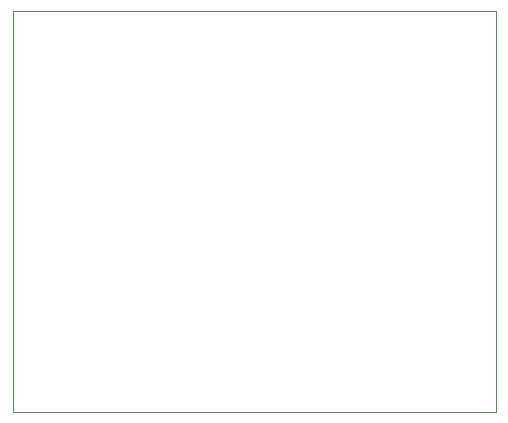
<source format=gbr>
%TF.GenerationSoftware,KiCad,Pcbnew,8.0.1*%
%TF.CreationDate,2024-03-20T08:47:04+01:00*%
%TF.ProjectId,GewitterMonitorAntenne,47657769-7474-4657-924d-6f6e69746f72,rev?*%
%TF.SameCoordinates,Original*%
%TF.FileFunction,Profile,NP*%
%FSLAX46Y46*%
G04 Gerber Fmt 4.6, Leading zero omitted, Abs format (unit mm)*
G04 Created by KiCad (PCBNEW 8.0.1) date 2024-03-20 08:47:04*
%MOMM*%
%LPD*%
G01*
G04 APERTURE LIST*
%TA.AperFunction,Profile*%
%ADD10C,0.100000*%
%TD*%
G04 APERTURE END LIST*
D10*
X137200000Y-62600000D02*
X178100000Y-62600000D01*
X178100000Y-96600000D01*
X137200000Y-96600000D01*
X137200000Y-62600000D01*
M02*

</source>
